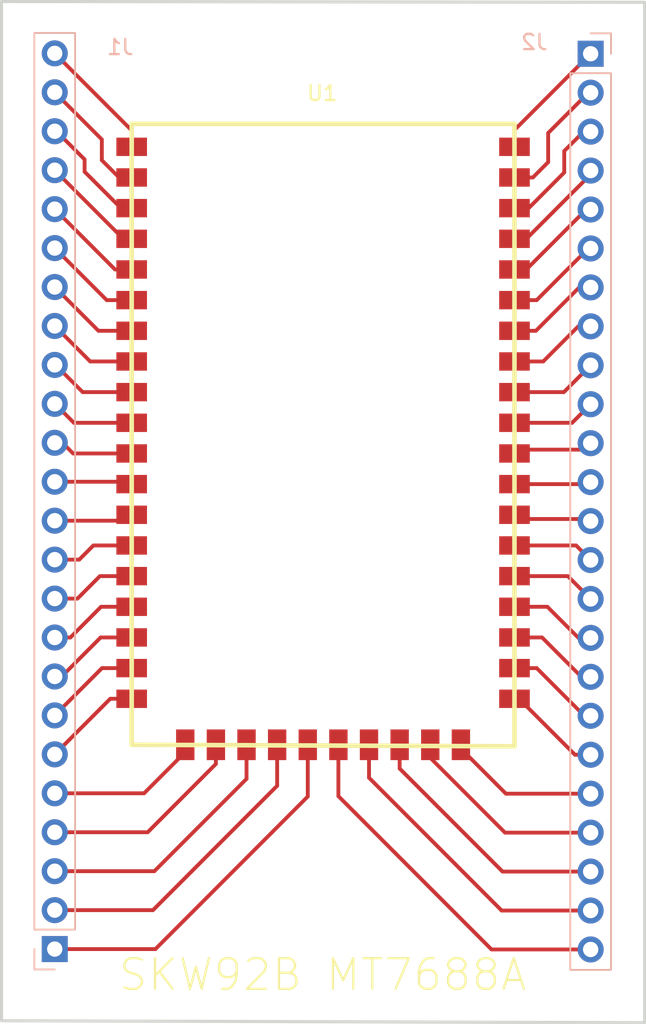
<source format=kicad_pcb>
(kicad_pcb (version 20171130) (host pcbnew 5.1.6)

  (general
    (thickness 1.6)
    (drawings 5)
    (tracks 136)
    (zones 0)
    (modules 3)
    (nets 49)
  )

  (page A4)
  (layers
    (0 F.Cu signal)
    (31 B.Cu signal)
    (32 B.Adhes user)
    (33 F.Adhes user)
    (34 B.Paste user)
    (35 F.Paste user)
    (36 B.SilkS user)
    (37 F.SilkS user)
    (38 B.Mask user)
    (39 F.Mask user)
    (40 Dwgs.User user)
    (41 Cmts.User user)
    (42 Eco1.User user)
    (43 Eco2.User user)
    (44 Edge.Cuts user)
    (45 Margin user)
    (46 B.CrtYd user)
    (47 F.CrtYd user)
    (48 B.Fab user)
    (49 F.Fab user)
  )

  (setup
    (last_trace_width 0.25)
    (user_trace_width 0.5)
    (trace_clearance 0.2)
    (zone_clearance 0.508)
    (zone_45_only no)
    (trace_min 0.2)
    (via_size 0.8)
    (via_drill 0.4)
    (via_min_size 0.4)
    (via_min_drill 0.3)
    (uvia_size 0.3)
    (uvia_drill 0.1)
    (uvias_allowed no)
    (uvia_min_size 0.2)
    (uvia_min_drill 0.1)
    (edge_width 0.05)
    (segment_width 0.2)
    (pcb_text_width 0.3)
    (pcb_text_size 1.5 1.5)
    (mod_edge_width 0.12)
    (mod_text_size 1 1)
    (mod_text_width 0.15)
    (pad_size 1.524 1.524)
    (pad_drill 0.762)
    (pad_to_mask_clearance 0.05)
    (aux_axis_origin 0 0)
    (visible_elements FFFFFF7F)
    (pcbplotparams
      (layerselection 0x010f0_ffffffff)
      (usegerberextensions false)
      (usegerberattributes false)
      (usegerberadvancedattributes false)
      (creategerberjobfile false)
      (excludeedgelayer true)
      (linewidth 0.100000)
      (plotframeref false)
      (viasonmask false)
      (mode 1)
      (useauxorigin false)
      (hpglpennumber 1)
      (hpglpenspeed 20)
      (hpglpendiameter 15.000000)
      (psnegative false)
      (psa4output false)
      (plotreference true)
      (plotvalue true)
      (plotinvisibletext false)
      (padsonsilk true)
      (subtractmaskfromsilk false)
      (outputformat 1)
      (mirror false)
      (drillshape 0)
      (scaleselection 1)
      (outputdirectory "gerber/"))
  )

  (net 0 "")
  (net 1 "Net-(J1-Pad24)")
  (net 2 "Net-(J1-Pad23)")
  (net 3 "Net-(J1-Pad22)")
  (net 4 "Net-(J1-Pad21)")
  (net 5 "Net-(J1-Pad20)")
  (net 6 "Net-(J1-Pad19)")
  (net 7 "Net-(J1-Pad18)")
  (net 8 "Net-(J1-Pad17)")
  (net 9 "Net-(J1-Pad16)")
  (net 10 "Net-(J1-Pad15)")
  (net 11 "Net-(J1-Pad14)")
  (net 12 "Net-(J1-Pad13)")
  (net 13 "Net-(J1-Pad12)")
  (net 14 "Net-(J1-Pad11)")
  (net 15 "Net-(J1-Pad10)")
  (net 16 "Net-(J1-Pad9)")
  (net 17 "Net-(J1-Pad8)")
  (net 18 "Net-(J1-Pad7)")
  (net 19 "Net-(J1-Pad6)")
  (net 20 "Net-(J1-Pad5)")
  (net 21 "Net-(J1-Pad4)")
  (net 22 "Net-(J1-Pad3)")
  (net 23 "Net-(J1-Pad2)")
  (net 24 "Net-(J1-Pad1)")
  (net 25 "Net-(J2-Pad24)")
  (net 26 "Net-(J2-Pad23)")
  (net 27 "Net-(J2-Pad22)")
  (net 28 "Net-(J2-Pad21)")
  (net 29 "Net-(J2-Pad20)")
  (net 30 "Net-(J2-Pad19)")
  (net 31 "Net-(J2-Pad18)")
  (net 32 "Net-(J2-Pad17)")
  (net 33 "Net-(J2-Pad16)")
  (net 34 "Net-(J2-Pad15)")
  (net 35 "Net-(J2-Pad14)")
  (net 36 "Net-(J2-Pad13)")
  (net 37 "Net-(J2-Pad12)")
  (net 38 "Net-(J2-Pad11)")
  (net 39 "Net-(J2-Pad10)")
  (net 40 "Net-(J2-Pad9)")
  (net 41 "Net-(J2-Pad8)")
  (net 42 "Net-(J2-Pad7)")
  (net 43 "Net-(J2-Pad6)")
  (net 44 "Net-(J2-Pad5)")
  (net 45 "Net-(J2-Pad4)")
  (net 46 "Net-(J2-Pad3)")
  (net 47 "Net-(J2-Pad2)")
  (net 48 "Net-(J2-Pad1)")

  (net_class Default "This is the default net class."
    (clearance 0.2)
    (trace_width 0.25)
    (via_dia 0.8)
    (via_drill 0.4)
    (uvia_dia 0.3)
    (uvia_drill 0.1)
    (add_net "Net-(J1-Pad1)")
    (add_net "Net-(J1-Pad10)")
    (add_net "Net-(J1-Pad11)")
    (add_net "Net-(J1-Pad12)")
    (add_net "Net-(J1-Pad13)")
    (add_net "Net-(J1-Pad14)")
    (add_net "Net-(J1-Pad15)")
    (add_net "Net-(J1-Pad16)")
    (add_net "Net-(J1-Pad17)")
    (add_net "Net-(J1-Pad18)")
    (add_net "Net-(J1-Pad19)")
    (add_net "Net-(J1-Pad2)")
    (add_net "Net-(J1-Pad20)")
    (add_net "Net-(J1-Pad21)")
    (add_net "Net-(J1-Pad22)")
    (add_net "Net-(J1-Pad23)")
    (add_net "Net-(J1-Pad24)")
    (add_net "Net-(J1-Pad3)")
    (add_net "Net-(J1-Pad4)")
    (add_net "Net-(J1-Pad5)")
    (add_net "Net-(J1-Pad6)")
    (add_net "Net-(J1-Pad7)")
    (add_net "Net-(J1-Pad8)")
    (add_net "Net-(J1-Pad9)")
    (add_net "Net-(J2-Pad1)")
    (add_net "Net-(J2-Pad10)")
    (add_net "Net-(J2-Pad11)")
    (add_net "Net-(J2-Pad12)")
    (add_net "Net-(J2-Pad13)")
    (add_net "Net-(J2-Pad14)")
    (add_net "Net-(J2-Pad15)")
    (add_net "Net-(J2-Pad16)")
    (add_net "Net-(J2-Pad17)")
    (add_net "Net-(J2-Pad18)")
    (add_net "Net-(J2-Pad19)")
    (add_net "Net-(J2-Pad2)")
    (add_net "Net-(J2-Pad20)")
    (add_net "Net-(J2-Pad21)")
    (add_net "Net-(J2-Pad22)")
    (add_net "Net-(J2-Pad23)")
    (add_net "Net-(J2-Pad24)")
    (add_net "Net-(J2-Pad3)")
    (add_net "Net-(J2-Pad4)")
    (add_net "Net-(J2-Pad5)")
    (add_net "Net-(J2-Pad6)")
    (add_net "Net-(J2-Pad7)")
    (add_net "Net-(J2-Pad8)")
    (add_net "Net-(J2-Pad9)")
  )

  (module Connector_PinHeader_2.54mm:PinHeader_1x24_P2.54mm_Vertical (layer B.Cu) (tedit 59FED5CC) (tstamp 5F1BD202)
    (at 132.475 134.325)
    (descr "Through hole straight pin header, 1x24, 2.54mm pitch, single row")
    (tags "Through hole pin header THT 1x24 2.54mm single row")
    (path /5F210E6E)
    (fp_text reference J1 (at 4.275 -58.825) (layer B.SilkS)
      (effects (font (size 1 1) (thickness 0.15)) (justify mirror))
    )
    (fp_text value Conn_01x24 (at -6.975 -59.55) (layer B.Fab) hide
      (effects (font (size 1 1) (thickness 0.15)) (justify mirror))
    )
    (fp_line (start 1.8 1.8) (end -1.8 1.8) (layer B.CrtYd) (width 0.05))
    (fp_line (start 1.8 -60.2) (end 1.8 1.8) (layer B.CrtYd) (width 0.05))
    (fp_line (start -1.8 -60.2) (end 1.8 -60.2) (layer B.CrtYd) (width 0.05))
    (fp_line (start -1.8 1.8) (end -1.8 -60.2) (layer B.CrtYd) (width 0.05))
    (fp_line (start -1.33 1.33) (end 0 1.33) (layer B.SilkS) (width 0.12))
    (fp_line (start -1.33 0) (end -1.33 1.33) (layer B.SilkS) (width 0.12))
    (fp_line (start -1.33 -1.27) (end 1.33 -1.27) (layer B.SilkS) (width 0.12))
    (fp_line (start 1.33 -1.27) (end 1.33 -59.75) (layer B.SilkS) (width 0.12))
    (fp_line (start -1.33 -1.27) (end -1.33 -59.75) (layer B.SilkS) (width 0.12))
    (fp_line (start -1.33 -59.75) (end 1.33 -59.75) (layer B.SilkS) (width 0.12))
    (fp_line (start -1.27 0.635) (end -0.635 1.27) (layer B.Fab) (width 0.1))
    (fp_line (start -1.27 -59.69) (end -1.27 0.635) (layer B.Fab) (width 0.1))
    (fp_line (start 1.27 -59.69) (end -1.27 -59.69) (layer B.Fab) (width 0.1))
    (fp_line (start 1.27 1.27) (end 1.27 -59.69) (layer B.Fab) (width 0.1))
    (fp_line (start -0.635 1.27) (end 1.27 1.27) (layer B.Fab) (width 0.1))
    (fp_text user %R (at 0 -29.21 -90) (layer B.Fab)
      (effects (font (size 1 1) (thickness 0.15)) (justify mirror))
    )
    (pad 24 thru_hole oval (at 0 -58.42) (size 1.7 1.7) (drill 1) (layers *.Cu *.Mask)
      (net 1 "Net-(J1-Pad24)"))
    (pad 23 thru_hole oval (at 0 -55.88) (size 1.7 1.7) (drill 1) (layers *.Cu *.Mask)
      (net 2 "Net-(J1-Pad23)"))
    (pad 22 thru_hole oval (at 0 -53.34) (size 1.7 1.7) (drill 1) (layers *.Cu *.Mask)
      (net 3 "Net-(J1-Pad22)"))
    (pad 21 thru_hole oval (at 0 -50.8) (size 1.7 1.7) (drill 1) (layers *.Cu *.Mask)
      (net 4 "Net-(J1-Pad21)"))
    (pad 20 thru_hole oval (at 0 -48.26) (size 1.7 1.7) (drill 1) (layers *.Cu *.Mask)
      (net 5 "Net-(J1-Pad20)"))
    (pad 19 thru_hole oval (at 0 -45.72) (size 1.7 1.7) (drill 1) (layers *.Cu *.Mask)
      (net 6 "Net-(J1-Pad19)"))
    (pad 18 thru_hole oval (at 0 -43.18) (size 1.7 1.7) (drill 1) (layers *.Cu *.Mask)
      (net 7 "Net-(J1-Pad18)"))
    (pad 17 thru_hole oval (at 0 -40.64) (size 1.7 1.7) (drill 1) (layers *.Cu *.Mask)
      (net 8 "Net-(J1-Pad17)"))
    (pad 16 thru_hole oval (at 0 -38.1) (size 1.7 1.7) (drill 1) (layers *.Cu *.Mask)
      (net 9 "Net-(J1-Pad16)"))
    (pad 15 thru_hole oval (at 0 -35.56) (size 1.7 1.7) (drill 1) (layers *.Cu *.Mask)
      (net 10 "Net-(J1-Pad15)"))
    (pad 14 thru_hole oval (at 0 -33.02) (size 1.7 1.7) (drill 1) (layers *.Cu *.Mask)
      (net 11 "Net-(J1-Pad14)"))
    (pad 13 thru_hole oval (at 0 -30.48) (size 1.7 1.7) (drill 1) (layers *.Cu *.Mask)
      (net 12 "Net-(J1-Pad13)"))
    (pad 12 thru_hole oval (at 0 -27.94) (size 1.7 1.7) (drill 1) (layers *.Cu *.Mask)
      (net 13 "Net-(J1-Pad12)"))
    (pad 11 thru_hole oval (at 0 -25.4) (size 1.7 1.7) (drill 1) (layers *.Cu *.Mask)
      (net 14 "Net-(J1-Pad11)"))
    (pad 10 thru_hole oval (at 0 -22.86) (size 1.7 1.7) (drill 1) (layers *.Cu *.Mask)
      (net 15 "Net-(J1-Pad10)"))
    (pad 9 thru_hole oval (at 0 -20.32) (size 1.7 1.7) (drill 1) (layers *.Cu *.Mask)
      (net 16 "Net-(J1-Pad9)"))
    (pad 8 thru_hole oval (at 0 -17.78) (size 1.7 1.7) (drill 1) (layers *.Cu *.Mask)
      (net 17 "Net-(J1-Pad8)"))
    (pad 7 thru_hole oval (at 0 -15.24) (size 1.7 1.7) (drill 1) (layers *.Cu *.Mask)
      (net 18 "Net-(J1-Pad7)"))
    (pad 6 thru_hole oval (at 0 -12.7) (size 1.7 1.7) (drill 1) (layers *.Cu *.Mask)
      (net 19 "Net-(J1-Pad6)"))
    (pad 5 thru_hole oval (at 0 -10.16) (size 1.7 1.7) (drill 1) (layers *.Cu *.Mask)
      (net 20 "Net-(J1-Pad5)"))
    (pad 4 thru_hole oval (at 0 -7.62) (size 1.7 1.7) (drill 1) (layers *.Cu *.Mask)
      (net 21 "Net-(J1-Pad4)"))
    (pad 3 thru_hole oval (at 0 -5.08) (size 1.7 1.7) (drill 1) (layers *.Cu *.Mask)
      (net 22 "Net-(J1-Pad3)"))
    (pad 2 thru_hole oval (at 0 -2.54) (size 1.7 1.7) (drill 1) (layers *.Cu *.Mask)
      (net 23 "Net-(J1-Pad2)"))
    (pad 1 thru_hole rect (at 0 0) (size 1.7 1.7) (drill 1) (layers *.Cu *.Mask)
      (net 24 "Net-(J1-Pad1)"))
    (model ${KISYS3DMOD}/Connector_PinHeader_2.54mm.3dshapes/PinHeader_1x24_P2.54mm_Vertical.wrl
      (at (xyz 0 0 0))
      (scale (xyz 1 1 1))
      (rotate (xyz 0 0 0))
    )
  )

  (module kicad-skw92b-mt7688a-adapter:skw92b (layer F.Cu) (tedit 5F1B40DE) (tstamp 5F1BCFDA)
    (at 150 100)
    (path /5F2092FD)
    (attr smd)
    (fp_text reference U1 (at -0.05 -21.5) (layer F.SilkS)
      (effects (font (size 1 1) (thickness 0.15)))
    )
    (fp_text value skw92b (at 0 24.9) (layer F.Fab) hide
      (effects (font (size 1 1) (thickness 0.15)))
    )
    (fp_line (start -12.5 -19.4) (end -12.5 -19.5) (layer F.SilkS) (width 0.12))
    (fp_line (start -12.5 21) (end -12.5 -19.4) (layer F.SilkS) (width 0.3))
    (fp_line (start 12.5 21.1) (end -12.5 21) (layer F.SilkS) (width 0.3))
    (fp_line (start 12.5 -19.5) (end 12.5 21.1) (layer F.SilkS) (width 0.3))
    (fp_line (start -12.5 -19.5) (end 12.5 -19.5) (layer F.SilkS) (width 0.3))
    (fp_line (start -12.5 -19.5) (end -12.5 21) (layer F.Fab) (width 0.2))
    (fp_line (start 12.5 -19.5) (end 12.5 21) (layer F.Fab) (width 0.2))
    (fp_line (start -12.5 21) (end 12.5 21) (layer F.Fab) (width 0.2))
    (fp_line (start -12.5 -19.5) (end 12.5 -19.5) (layer F.Fab) (width 0.2))
    (pad 29 smd rect (at 9 21) (size 1.2 2) (layers F.Cu F.Paste F.Mask)
      (net 29 "Net-(J2-Pad20)"))
    (pad 28 smd rect (at 7 21) (size 1.2 2) (layers F.Cu F.Paste F.Mask)
      (net 28 "Net-(J2-Pad21)"))
    (pad 27 smd rect (at 5 21) (size 1.2 2) (layers F.Cu F.Paste F.Mask)
      (net 27 "Net-(J2-Pad22)"))
    (pad 26 smd rect (at 3 21) (size 1.2 2) (layers F.Cu F.Paste F.Mask)
      (net 26 "Net-(J2-Pad23)"))
    (pad 25 smd rect (at 1 21) (size 1.2 2) (layers F.Cu F.Paste F.Mask)
      (net 25 "Net-(J2-Pad24)"))
    (pad 24 smd rect (at -1 21) (size 1.2 2) (layers F.Cu F.Paste F.Mask)
      (net 24 "Net-(J1-Pad1)"))
    (pad 23 smd rect (at -3 21) (size 1.2 2) (layers F.Cu F.Paste F.Mask)
      (net 23 "Net-(J1-Pad2)"))
    (pad 22 smd rect (at -5 21) (size 1.2 2) (layers F.Cu F.Paste F.Mask)
      (net 22 "Net-(J1-Pad3)"))
    (pad 21 smd rect (at -7 21) (size 1.2 2) (layers F.Cu F.Paste F.Mask)
      (net 21 "Net-(J1-Pad4)"))
    (pad 20 smd rect (at -9 21) (size 1.2 2) (layers F.Cu F.Paste F.Mask)
      (net 20 "Net-(J1-Pad5)"))
    (pad 48 smd rect (at 12.5 -18) (size 2 1.2) (layers F.Cu F.Paste F.Mask)
      (net 48 "Net-(J2-Pad1)"))
    (pad 47 smd rect (at 12.5 -16) (size 2 1.2) (layers F.Cu F.Paste F.Mask)
      (net 47 "Net-(J2-Pad2)"))
    (pad 46 smd rect (at 12.5 -14) (size 2 1.2) (layers F.Cu F.Paste F.Mask)
      (net 46 "Net-(J2-Pad3)"))
    (pad 45 smd rect (at 12.5 -12) (size 2 1.2) (layers F.Cu F.Paste F.Mask)
      (net 45 "Net-(J2-Pad4)"))
    (pad 44 smd rect (at 12.5 -10) (size 2 1.2) (layers F.Cu F.Paste F.Mask)
      (net 44 "Net-(J2-Pad5)"))
    (pad 43 smd rect (at 12.5 -8) (size 2 1.2) (layers F.Cu F.Paste F.Mask)
      (net 43 "Net-(J2-Pad6)"))
    (pad 42 smd rect (at 12.5 -6) (size 2 1.2) (layers F.Cu F.Paste F.Mask)
      (net 42 "Net-(J2-Pad7)"))
    (pad 41 smd rect (at 12.5 -4) (size 2 1.2) (layers F.Cu F.Paste F.Mask)
      (net 41 "Net-(J2-Pad8)"))
    (pad 40 smd rect (at 12.5 -2) (size 2 1.2) (layers F.Cu F.Paste F.Mask)
      (net 40 "Net-(J2-Pad9)"))
    (pad 39 smd rect (at 12.5 0) (size 2 1.2) (layers F.Cu F.Paste F.Mask)
      (net 39 "Net-(J2-Pad10)"))
    (pad 38 smd rect (at 12.5 2) (size 2 1.2) (layers F.Cu F.Paste F.Mask)
      (net 38 "Net-(J2-Pad11)"))
    (pad 37 smd rect (at 12.5 4) (size 2 1.2) (layers F.Cu F.Paste F.Mask)
      (net 37 "Net-(J2-Pad12)"))
    (pad 36 smd rect (at 12.5 6) (size 2 1.2) (layers F.Cu F.Paste F.Mask)
      (net 36 "Net-(J2-Pad13)"))
    (pad 35 smd rect (at 12.5 8) (size 2 1.2) (layers F.Cu F.Paste F.Mask)
      (net 35 "Net-(J2-Pad14)"))
    (pad 34 smd rect (at 12.5 10) (size 2 1.2) (layers F.Cu F.Paste F.Mask)
      (net 34 "Net-(J2-Pad15)"))
    (pad 33 smd rect (at 12.5 12) (size 2 1.2) (layers F.Cu F.Paste F.Mask)
      (net 33 "Net-(J2-Pad16)"))
    (pad 32 smd rect (at 12.5 14) (size 2 1.2) (layers F.Cu F.Paste F.Mask)
      (net 32 "Net-(J2-Pad17)"))
    (pad 31 smd rect (at 12.5 16) (size 2 1.2) (layers F.Cu F.Paste F.Mask)
      (net 31 "Net-(J2-Pad18)"))
    (pad 30 smd rect (at 12.5 18) (size 2 1.2) (layers F.Cu F.Paste F.Mask)
      (net 30 "Net-(J2-Pad19)"))
    (pad 19 smd rect (at -12.5 18) (size 2 1.2) (layers F.Cu F.Paste F.Mask)
      (net 19 "Net-(J1-Pad6)"))
    (pad 18 smd rect (at -12.5 16) (size 2 1.2) (layers F.Cu F.Paste F.Mask)
      (net 18 "Net-(J1-Pad7)"))
    (pad 17 smd rect (at -12.5 14) (size 2 1.2) (layers F.Cu F.Paste F.Mask)
      (net 17 "Net-(J1-Pad8)"))
    (pad 16 smd rect (at -12.5 12) (size 2 1.2) (layers F.Cu F.Paste F.Mask)
      (net 16 "Net-(J1-Pad9)"))
    (pad 15 smd rect (at -12.5 10) (size 2 1.2) (layers F.Cu F.Paste F.Mask)
      (net 15 "Net-(J1-Pad10)"))
    (pad 14 smd rect (at -12.5 8) (size 2 1.2) (layers F.Cu F.Paste F.Mask)
      (net 14 "Net-(J1-Pad11)"))
    (pad 13 smd rect (at -12.5 6) (size 2 1.2) (layers F.Cu F.Paste F.Mask)
      (net 13 "Net-(J1-Pad12)"))
    (pad 12 smd rect (at -12.5 4) (size 2 1.2) (layers F.Cu F.Paste F.Mask)
      (net 12 "Net-(J1-Pad13)"))
    (pad 11 smd rect (at -12.5 2) (size 2 1.2) (layers F.Cu F.Paste F.Mask)
      (net 11 "Net-(J1-Pad14)"))
    (pad 10 smd rect (at -12.5 0) (size 2 1.2) (layers F.Cu F.Paste F.Mask)
      (net 10 "Net-(J1-Pad15)"))
    (pad 9 smd rect (at -12.5 -2) (size 2 1.2) (layers F.Cu F.Paste F.Mask)
      (net 9 "Net-(J1-Pad16)"))
    (pad 8 smd rect (at -12.5 -4) (size 2 1.2) (layers F.Cu F.Paste F.Mask)
      (net 8 "Net-(J1-Pad17)"))
    (pad 7 smd rect (at -12.5 -6) (size 2 1.2) (layers F.Cu F.Paste F.Mask)
      (net 7 "Net-(J1-Pad18)"))
    (pad 6 smd rect (at -12.5 -8) (size 2 1.2) (layers F.Cu F.Paste F.Mask)
      (net 6 "Net-(J1-Pad19)"))
    (pad 5 smd rect (at -12.5 -10) (size 2 1.2) (layers F.Cu F.Paste F.Mask)
      (net 5 "Net-(J1-Pad20)"))
    (pad 4 smd rect (at -12.5 -12) (size 2 1.2) (layers F.Cu F.Paste F.Mask)
      (net 4 "Net-(J1-Pad21)"))
    (pad 3 smd rect (at -12.5 -14) (size 2 1.2) (layers F.Cu F.Paste F.Mask)
      (net 3 "Net-(J1-Pad22)"))
    (pad 2 smd rect (at -12.5 -16) (size 2 1.2) (layers F.Cu F.Paste F.Mask)
      (net 2 "Net-(J1-Pad23)"))
    (pad 1 smd rect (at -12.5 -18) (size 2 1.2) (layers F.Cu F.Paste F.Mask)
      (net 1 "Net-(J1-Pad24)"))
  )

  (module Connector_PinHeader_2.54mm:PinHeader_1x24_P2.54mm_Vertical (layer B.Cu) (tedit 59FED5CC) (tstamp 5F1BB80D)
    (at 167.475 75.93 180)
    (descr "Through hole straight pin header, 1x24, 2.54mm pitch, single row")
    (tags "Through hole pin header THT 1x24 2.54mm single row")
    (path /5F20D6E7)
    (fp_text reference J2 (at 3.675 0.755) (layer B.SilkS)
      (effects (font (size 1 1) (thickness 0.15)) (justify mirror))
    )
    (fp_text value Conn_01x24 (at 0.025 -62.495) (layer B.Fab) hide
      (effects (font (size 1 1) (thickness 0.15)) (justify mirror))
    )
    (fp_line (start 1.8 1.8) (end -1.8 1.8) (layer B.CrtYd) (width 0.05))
    (fp_line (start 1.8 -60.2) (end 1.8 1.8) (layer B.CrtYd) (width 0.05))
    (fp_line (start -1.8 -60.2) (end 1.8 -60.2) (layer B.CrtYd) (width 0.05))
    (fp_line (start -1.8 1.8) (end -1.8 -60.2) (layer B.CrtYd) (width 0.05))
    (fp_line (start -1.33 1.33) (end 0 1.33) (layer B.SilkS) (width 0.12))
    (fp_line (start -1.33 0) (end -1.33 1.33) (layer B.SilkS) (width 0.12))
    (fp_line (start -1.33 -1.27) (end 1.33 -1.27) (layer B.SilkS) (width 0.12))
    (fp_line (start 1.33 -1.27) (end 1.33 -59.75) (layer B.SilkS) (width 0.12))
    (fp_line (start -1.33 -1.27) (end -1.33 -59.75) (layer B.SilkS) (width 0.12))
    (fp_line (start -1.33 -59.75) (end 1.33 -59.75) (layer B.SilkS) (width 0.12))
    (fp_line (start -1.27 0.635) (end -0.635 1.27) (layer B.Fab) (width 0.1))
    (fp_line (start -1.27 -59.69) (end -1.27 0.635) (layer B.Fab) (width 0.1))
    (fp_line (start 1.27 -59.69) (end -1.27 -59.69) (layer B.Fab) (width 0.1))
    (fp_line (start 1.27 1.27) (end 1.27 -59.69) (layer B.Fab) (width 0.1))
    (fp_line (start -0.635 1.27) (end 1.27 1.27) (layer B.Fab) (width 0.1))
    (fp_text user %R (at 0 -29.21 270) (layer B.Fab)
      (effects (font (size 1 1) (thickness 0.15)) (justify mirror))
    )
    (pad 24 thru_hole oval (at 0 -58.42 180) (size 1.7 1.7) (drill 1) (layers *.Cu *.Mask)
      (net 25 "Net-(J2-Pad24)"))
    (pad 23 thru_hole oval (at 0 -55.88 180) (size 1.7 1.7) (drill 1) (layers *.Cu *.Mask)
      (net 26 "Net-(J2-Pad23)"))
    (pad 22 thru_hole oval (at 0 -53.34 180) (size 1.7 1.7) (drill 1) (layers *.Cu *.Mask)
      (net 27 "Net-(J2-Pad22)"))
    (pad 21 thru_hole oval (at 0 -50.8 180) (size 1.7 1.7) (drill 1) (layers *.Cu *.Mask)
      (net 28 "Net-(J2-Pad21)"))
    (pad 20 thru_hole oval (at 0 -48.26 180) (size 1.7 1.7) (drill 1) (layers *.Cu *.Mask)
      (net 29 "Net-(J2-Pad20)"))
    (pad 19 thru_hole oval (at 0 -45.72 180) (size 1.7 1.7) (drill 1) (layers *.Cu *.Mask)
      (net 30 "Net-(J2-Pad19)"))
    (pad 18 thru_hole oval (at 0 -43.18 180) (size 1.7 1.7) (drill 1) (layers *.Cu *.Mask)
      (net 31 "Net-(J2-Pad18)"))
    (pad 17 thru_hole oval (at 0 -40.64 180) (size 1.7 1.7) (drill 1) (layers *.Cu *.Mask)
      (net 32 "Net-(J2-Pad17)"))
    (pad 16 thru_hole oval (at 0 -38.1 180) (size 1.7 1.7) (drill 1) (layers *.Cu *.Mask)
      (net 33 "Net-(J2-Pad16)"))
    (pad 15 thru_hole oval (at 0 -35.56 180) (size 1.7 1.7) (drill 1) (layers *.Cu *.Mask)
      (net 34 "Net-(J2-Pad15)"))
    (pad 14 thru_hole oval (at 0 -33.02 180) (size 1.7 1.7) (drill 1) (layers *.Cu *.Mask)
      (net 35 "Net-(J2-Pad14)"))
    (pad 13 thru_hole oval (at 0 -30.48 180) (size 1.7 1.7) (drill 1) (layers *.Cu *.Mask)
      (net 36 "Net-(J2-Pad13)"))
    (pad 12 thru_hole oval (at 0 -27.94 180) (size 1.7 1.7) (drill 1) (layers *.Cu *.Mask)
      (net 37 "Net-(J2-Pad12)"))
    (pad 11 thru_hole oval (at 0 -25.4 180) (size 1.7 1.7) (drill 1) (layers *.Cu *.Mask)
      (net 38 "Net-(J2-Pad11)"))
    (pad 10 thru_hole oval (at 0 -22.86 180) (size 1.7 1.7) (drill 1) (layers *.Cu *.Mask)
      (net 39 "Net-(J2-Pad10)"))
    (pad 9 thru_hole oval (at 0 -20.32 180) (size 1.7 1.7) (drill 1) (layers *.Cu *.Mask)
      (net 40 "Net-(J2-Pad9)"))
    (pad 8 thru_hole oval (at 0 -17.78 180) (size 1.7 1.7) (drill 1) (layers *.Cu *.Mask)
      (net 41 "Net-(J2-Pad8)"))
    (pad 7 thru_hole oval (at 0 -15.24 180) (size 1.7 1.7) (drill 1) (layers *.Cu *.Mask)
      (net 42 "Net-(J2-Pad7)"))
    (pad 6 thru_hole oval (at 0 -12.7 180) (size 1.7 1.7) (drill 1) (layers *.Cu *.Mask)
      (net 43 "Net-(J2-Pad6)"))
    (pad 5 thru_hole oval (at 0 -10.16 180) (size 1.7 1.7) (drill 1) (layers *.Cu *.Mask)
      (net 44 "Net-(J2-Pad5)"))
    (pad 4 thru_hole oval (at 0 -7.62 180) (size 1.7 1.7) (drill 1) (layers *.Cu *.Mask)
      (net 45 "Net-(J2-Pad4)"))
    (pad 3 thru_hole oval (at 0 -5.08 180) (size 1.7 1.7) (drill 1) (layers *.Cu *.Mask)
      (net 46 "Net-(J2-Pad3)"))
    (pad 2 thru_hole oval (at 0 -2.54 180) (size 1.7 1.7) (drill 1) (layers *.Cu *.Mask)
      (net 47 "Net-(J2-Pad2)"))
    (pad 1 thru_hole rect (at 0 0 180) (size 1.7 1.7) (drill 1) (layers *.Cu *.Mask)
      (net 48 "Net-(J2-Pad1)"))
    (model ${KISYS3DMOD}/Connector_PinHeader_2.54mm.3dshapes/PinHeader_1x24_P2.54mm_Vertical.wrl
      (at (xyz 0 0 0))
      (scale (xyz 1 1 1))
      (rotate (xyz 0 0 0))
    )
  )

  (gr_text "SKW92B MT7688A\n" (at 149.975 136) (layer F.SilkS)
    (effects (font (size 2 2) (thickness 0.15)))
  )
  (gr_line (start 129 139) (end 129 72.525) (layer Edge.Cuts) (width 0.2) (tstamp 5F1BD053))
  (gr_line (start 171 139.125) (end 129 139) (layer Edge.Cuts) (width 0.2))
  (gr_line (start 171 72.575) (end 171 139.125) (layer Edge.Cuts) (width 0.2))
  (gr_line (start 129 72.525) (end 171 72.575) (layer Edge.Cuts) (width 0.2))

  (segment (start 137.5 80.93) (end 137.5 82) (width 0.25) (layer F.Cu) (net 1))
  (segment (start 132.475 75.905) (end 137.5 80.93) (width 0.25) (layer F.Cu) (net 1))
  (segment (start 136.675 84) (end 137.5 84) (width 0.25) (layer F.Cu) (net 2))
  (segment (start 135.55 82.875) (end 136.675 84) (width 0.25) (layer F.Cu) (net 2))
  (segment (start 135.55 81.52) (end 135.55 82.875) (width 0.25) (layer F.Cu) (net 2))
  (segment (start 132.475 78.445) (end 135.55 81.52) (width 0.25) (layer F.Cu) (net 2))
  (segment (start 136.8 86) (end 137.5 86) (width 0.25) (layer F.Cu) (net 3))
  (segment (start 134.425 83.625) (end 136.8 86) (width 0.25) (layer F.Cu) (net 3))
  (segment (start 134.425 82.825) (end 134.425 83.625) (width 0.25) (layer F.Cu) (net 3))
  (segment (start 132.585 80.985) (end 134.425 82.825) (width 0.25) (layer F.Cu) (net 3))
  (segment (start 132.475 80.985) (end 132.585 80.985) (width 0.25) (layer F.Cu) (net 3))
  (segment (start 136.95 88) (end 137.5 88) (width 0.25) (layer F.Cu) (net 4))
  (segment (start 132.475 83.525) (end 136.95 88) (width 0.25) (layer F.Cu) (net 4))
  (segment (start 136.41 90) (end 137.5 90) (width 0.25) (layer F.Cu) (net 5))
  (segment (start 132.475 86.065) (end 136.41 90) (width 0.25) (layer F.Cu) (net 5))
  (segment (start 135.87 92) (end 137.5 92) (width 0.25) (layer F.Cu) (net 6))
  (segment (start 132.475 88.605) (end 135.87 92) (width 0.25) (layer F.Cu) (net 6))
  (segment (start 135.33 94) (end 137.5 94) (width 0.25) (layer F.Cu) (net 7))
  (segment (start 132.475 91.145) (end 135.33 94) (width 0.25) (layer F.Cu) (net 7))
  (segment (start 134.79 96) (end 137.5 96) (width 0.25) (layer F.Cu) (net 8))
  (segment (start 132.475 93.685) (end 134.79 96) (width 0.25) (layer F.Cu) (net 8))
  (segment (start 134.3 98) (end 137.5 98) (width 0.25) (layer F.Cu) (net 9))
  (segment (start 132.525 96.225) (end 134.3 98) (width 0.25) (layer F.Cu) (net 9))
  (segment (start 132.475 96.225) (end 132.525 96.225) (width 0.25) (layer F.Cu) (net 9))
  (segment (start 133.725 100) (end 137.5 100) (width 0.25) (layer F.Cu) (net 10))
  (segment (start 132.49 98.765) (end 133.725 100) (width 0.25) (layer F.Cu) (net 10))
  (segment (start 132.475 98.765) (end 132.49 98.765) (width 0.25) (layer F.Cu) (net 10))
  (segment (start 133.675 102) (end 137.5 102) (width 0.25) (layer F.Cu) (net 11))
  (segment (start 132.98 101.305) (end 133.675 102) (width 0.25) (layer F.Cu) (net 11))
  (segment (start 132.475 101.305) (end 132.98 101.305) (width 0.25) (layer F.Cu) (net 11))
  (segment (start 137.345 103.845) (end 137.5 104) (width 0.25) (layer F.Cu) (net 12))
  (segment (start 132.475 103.845) (end 137.345 103.845) (width 0.25) (layer F.Cu) (net 12))
  (segment (start 137.115 106.385) (end 137.5 106) (width 0.25) (layer F.Cu) (net 13))
  (segment (start 132.475 106.385) (end 137.115 106.385) (width 0.25) (layer F.Cu) (net 13))
  (segment (start 135 108) (end 137.5 108) (width 0.25) (layer F.Cu) (net 14))
  (segment (start 134.075 108.925) (end 135 108) (width 0.25) (layer F.Cu) (net 14))
  (segment (start 132.475 108.925) (end 134.075 108.925) (width 0.25) (layer F.Cu) (net 14))
  (segment (start 135.425 110) (end 137.5 110) (width 0.25) (layer F.Cu) (net 15))
  (segment (start 133.96 111.465) (end 135.425 110) (width 0.25) (layer F.Cu) (net 15))
  (segment (start 132.475 111.465) (end 133.96 111.465) (width 0.25) (layer F.Cu) (net 15))
  (segment (start 135.5 112) (end 137.5 112) (width 0.25) (layer F.Cu) (net 16))
  (segment (start 133.495 114.005) (end 135.5 112) (width 0.25) (layer F.Cu) (net 16))
  (segment (start 132.475 114.005) (end 133.495 114.005) (width 0.25) (layer F.Cu) (net 16))
  (segment (start 135.475 114) (end 137.5 114) (width 0.25) (layer F.Cu) (net 17))
  (segment (start 132.93 116.545) (end 135.475 114) (width 0.25) (layer F.Cu) (net 17))
  (segment (start 132.475 116.545) (end 132.93 116.545) (width 0.25) (layer F.Cu) (net 17))
  (segment (start 135.56 116) (end 132.475 119.085) (width 0.25) (layer F.Cu) (net 18))
  (segment (start 137.5 116) (end 135.56 116) (width 0.25) (layer F.Cu) (net 18))
  (segment (start 136.1 118) (end 132.475 121.625) (width 0.25) (layer F.Cu) (net 19))
  (segment (start 137.5 118) (end 136.1 118) (width 0.25) (layer F.Cu) (net 19))
  (segment (start 138.31 124.165) (end 141 121.475) (width 0.25) (layer F.Cu) (net 20))
  (segment (start 141 121.475) (end 141 121) (width 0.25) (layer F.Cu) (net 20))
  (segment (start 132.475 124.165) (end 138.31 124.165) (width 0.25) (layer F.Cu) (net 20))
  (segment (start 143 122.25) (end 143 121) (width 0.25) (layer F.Cu) (net 21))
  (segment (start 138.545 126.705) (end 143 122.25) (width 0.25) (layer F.Cu) (net 21))
  (segment (start 132.475 126.705) (end 138.545 126.705) (width 0.25) (layer F.Cu) (net 21))
  (segment (start 145 123.225) (end 145 121) (width 0.25) (layer F.Cu) (net 22))
  (segment (start 138.98 129.245) (end 145 123.225) (width 0.25) (layer F.Cu) (net 22))
  (segment (start 132.475 129.245) (end 138.98 129.245) (width 0.25) (layer F.Cu) (net 22))
  (segment (start 147 123.675) (end 147 121) (width 0.25) (layer F.Cu) (net 23))
  (segment (start 138.89 131.785) (end 147 123.675) (width 0.25) (layer F.Cu) (net 23))
  (segment (start 132.475 131.785) (end 138.89 131.785) (width 0.25) (layer F.Cu) (net 23))
  (segment (start 149 124.375) (end 149 121) (width 0.25) (layer F.Cu) (net 24))
  (segment (start 139.05 134.325) (end 149 124.375) (width 0.25) (layer F.Cu) (net 24))
  (segment (start 132.475 134.325) (end 139.05 134.325) (width 0.25) (layer F.Cu) (net 24))
  (segment (start 151 124.35) (end 151 121) (width 0.25) (layer F.Cu) (net 25))
  (segment (start 161 134.35) (end 151 124.35) (width 0.25) (layer F.Cu) (net 25))
  (segment (start 167.475 134.35) (end 161 134.35) (width 0.25) (layer F.Cu) (net 25))
  (segment (start 153 123.15) (end 153 121) (width 0.25) (layer F.Cu) (net 26))
  (segment (start 161.66 131.81) (end 153 123.15) (width 0.25) (layer F.Cu) (net 26))
  (segment (start 167.475 131.81) (end 161.66 131.81) (width 0.25) (layer F.Cu) (net 26))
  (segment (start 155 122.55) (end 155 121) (width 0.25) (layer F.Cu) (net 27))
  (segment (start 161.72 129.27) (end 155 122.55) (width 0.25) (layer F.Cu) (net 27))
  (segment (start 167.475 129.27) (end 161.72 129.27) (width 0.25) (layer F.Cu) (net 27))
  (segment (start 157 121.85) (end 157 121) (width 0.25) (layer F.Cu) (net 28))
  (segment (start 161.88 126.73) (end 157 121.85) (width 0.25) (layer F.Cu) (net 28))
  (segment (start 167.475 126.73) (end 161.88 126.73) (width 0.25) (layer F.Cu) (net 28))
  (segment (start 159 121.25) (end 159 121) (width 0.25) (layer F.Cu) (net 29))
  (segment (start 161.94 124.19) (end 159 121.25) (width 0.25) (layer F.Cu) (net 29))
  (segment (start 167.475 124.19) (end 161.94 124.19) (width 0.25) (layer F.Cu) (net 29))
  (segment (start 166.45 121.65) (end 167.475 121.65) (width 0.25) (layer F.Cu) (net 30))
  (segment (start 162.8 118) (end 166.45 121.65) (width 0.25) (layer F.Cu) (net 30))
  (segment (start 162.5 118) (end 162.8 118) (width 0.25) (layer F.Cu) (net 30))
  (segment (start 167.06 119.11) (end 167.475 119.11) (width 0.25) (layer F.Cu) (net 31))
  (segment (start 163.95 116) (end 167.06 119.11) (width 0.25) (layer F.Cu) (net 31))
  (segment (start 162.5 116) (end 163.95 116) (width 0.25) (layer F.Cu) (net 31))
  (segment (start 166.87 116.57) (end 167.475 116.57) (width 0.25) (layer F.Cu) (net 32))
  (segment (start 164.3 114) (end 166.87 116.57) (width 0.25) (layer F.Cu) (net 32))
  (segment (start 162.5 114) (end 164.3 114) (width 0.25) (layer F.Cu) (net 32))
  (segment (start 166.68 114.03) (end 167.475 114.03) (width 0.25) (layer F.Cu) (net 33))
  (segment (start 164.65 112) (end 166.68 114.03) (width 0.25) (layer F.Cu) (net 33))
  (segment (start 162.5 112) (end 164.65 112) (width 0.25) (layer F.Cu) (net 33))
  (segment (start 165.985 110) (end 167.475 111.49) (width 0.25) (layer F.Cu) (net 34))
  (segment (start 162.5 110) (end 165.985 110) (width 0.25) (layer F.Cu) (net 34))
  (segment (start 166.7375 108.2125) (end 167.475 108.95) (width 0.25) (layer F.Cu) (net 35))
  (segment (start 166.525 108) (end 166.7375 108.2125) (width 0.25) (layer F.Cu) (net 35))
  (segment (start 162.5 108) (end 166.525 108) (width 0.25) (layer F.Cu) (net 35))
  (segment (start 167.34 106.275) (end 167.475 106.41) (width 0.25) (layer F.Cu) (net 36))
  (segment (start 162.775 106.275) (end 167.34 106.275) (width 0.25) (layer F.Cu) (net 36))
  (segment (start 162.5 106) (end 162.775 106.275) (width 0.25) (layer F.Cu) (net 36))
  (segment (start 167.345 104) (end 167.475 103.87) (width 0.25) (layer F.Cu) (net 37))
  (segment (start 162.5 104) (end 167.345 104) (width 0.25) (layer F.Cu) (net 37))
  (segment (start 167.055 101.75) (end 167.475 101.33) (width 0.25) (layer F.Cu) (net 38))
  (segment (start 162.75 101.75) (end 167.055 101.75) (width 0.25) (layer F.Cu) (net 38))
  (segment (start 162.5 102) (end 162.75 101.75) (width 0.25) (layer F.Cu) (net 38))
  (segment (start 166.265 100) (end 167.475 98.79) (width 0.25) (layer F.Cu) (net 39))
  (segment (start 162.5 100) (end 166.265 100) (width 0.25) (layer F.Cu) (net 39))
  (segment (start 165.725 98) (end 167.475 96.25) (width 0.25) (layer F.Cu) (net 40))
  (segment (start 162.5 98) (end 165.725 98) (width 0.25) (layer F.Cu) (net 40))
  (segment (start 166.665 93.71) (end 167.475 93.71) (width 0.25) (layer F.Cu) (net 41))
  (segment (start 164.375 96) (end 166.665 93.71) (width 0.25) (layer F.Cu) (net 41))
  (segment (start 162.5 96) (end 164.375 96) (width 0.25) (layer F.Cu) (net 41))
  (segment (start 166.73 91.17) (end 167.475 91.17) (width 0.25) (layer F.Cu) (net 42))
  (segment (start 163.9 94) (end 166.73 91.17) (width 0.25) (layer F.Cu) (net 42))
  (segment (start 162.5 94) (end 163.9 94) (width 0.25) (layer F.Cu) (net 42))
  (segment (start 167.32 88.63) (end 167.475 88.63) (width 0.25) (layer F.Cu) (net 43))
  (segment (start 163.95 92) (end 167.32 88.63) (width 0.25) (layer F.Cu) (net 43))
  (segment (start 162.5 92) (end 163.95 92) (width 0.25) (layer F.Cu) (net 43))
  (segment (start 163.275 90) (end 167.185 86.09) (width 0.25) (layer F.Cu) (net 44))
  (segment (start 167.185 86.09) (end 167.475 86.09) (width 0.25) (layer F.Cu) (net 44))
  (segment (start 162.5 90) (end 163.275 90) (width 0.25) (layer F.Cu) (net 44))
  (segment (start 167.475 83.8) (end 167.475 83.55) (width 0.25) (layer F.Cu) (net 45))
  (segment (start 163.275 88) (end 167.475 83.8) (width 0.25) (layer F.Cu) (net 45))
  (segment (start 162.5 88) (end 163.275 88) (width 0.25) (layer F.Cu) (net 45))
  (segment (start 167.015 81.01) (end 167.475 81.01) (width 0.25) (layer F.Cu) (net 46))
  (segment (start 165.75 82.275) (end 167.015 81.01) (width 0.25) (layer F.Cu) (net 46))
  (segment (start 165.75 83.675) (end 165.75 82.275) (width 0.25) (layer F.Cu) (net 46))
  (segment (start 163.425 86) (end 165.75 83.675) (width 0.25) (layer F.Cu) (net 46))
  (segment (start 162.5 86) (end 163.425 86) (width 0.25) (layer F.Cu) (net 46))
  (segment (start 167.33 78.47) (end 167.475 78.47) (width 0.25) (layer F.Cu) (net 47))
  (segment (start 164.7 81.1) (end 167.33 78.47) (width 0.25) (layer F.Cu) (net 47))
  (segment (start 164.7 83) (end 164.7 81.1) (width 0.25) (layer F.Cu) (net 47))
  (segment (start 163.7 84) (end 164.7 83) (width 0.25) (layer F.Cu) (net 47))
  (segment (start 162.5 84) (end 163.7 84) (width 0.25) (layer F.Cu) (net 47))
  (segment (start 162.5 80.905) (end 167.475 75.93) (width 0.25) (layer F.Cu) (net 48))
  (segment (start 162.5 82) (end 162.5 80.905) (width 0.25) (layer F.Cu) (net 48))

)

</source>
